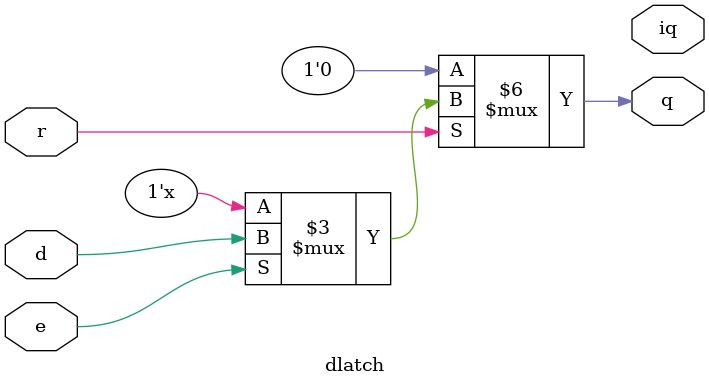
<source format=v>
module dff (
d  , // Data Input
clock    , // Clock Input
r , // Reset input 
q,         // Q output
iq
);

input d, clock, r ; 


output q,iq;


reg q,iq;


always @ ( posedge clock or negedge r)
if (~r) begin
  q <= 1'b0;
end  else begin
  q <= d;
end





endmodule 
 	

  
module dlatch (
d   , // Data Input
e     , // LatchInput
r  , // Reset input
q,       // Q output
iq
);

input d, e, r ; 


output q,iq;


reg q,iq;


always @ ( e or r or d)
if (~r) begin
  q <= 1'b0;
end else if (e) begin
  q <= d;
end



endmodule 


</source>
